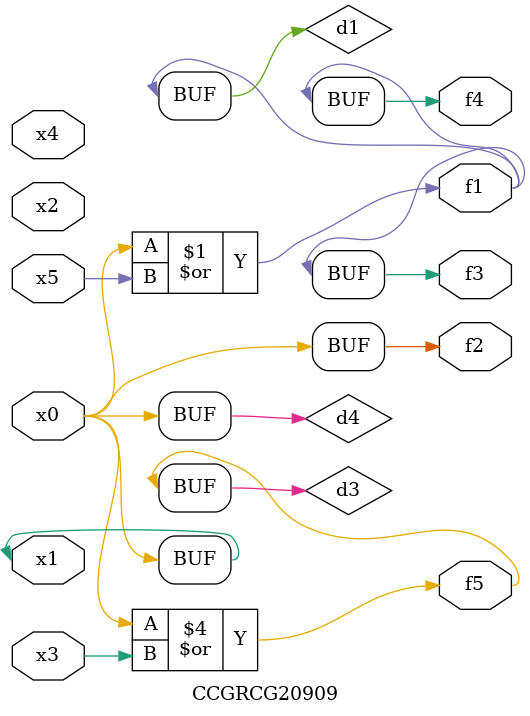
<source format=v>
module CCGRCG20909(
	input x0, x1, x2, x3, x4, x5,
	output f1, f2, f3, f4, f5
);

	wire d1, d2, d3, d4;

	or (d1, x0, x5);
	xnor (d2, x1, x4);
	or (d3, x0, x3);
	buf (d4, x0, x1);
	assign f1 = d1;
	assign f2 = d4;
	assign f3 = d1;
	assign f4 = d1;
	assign f5 = d3;
endmodule

</source>
